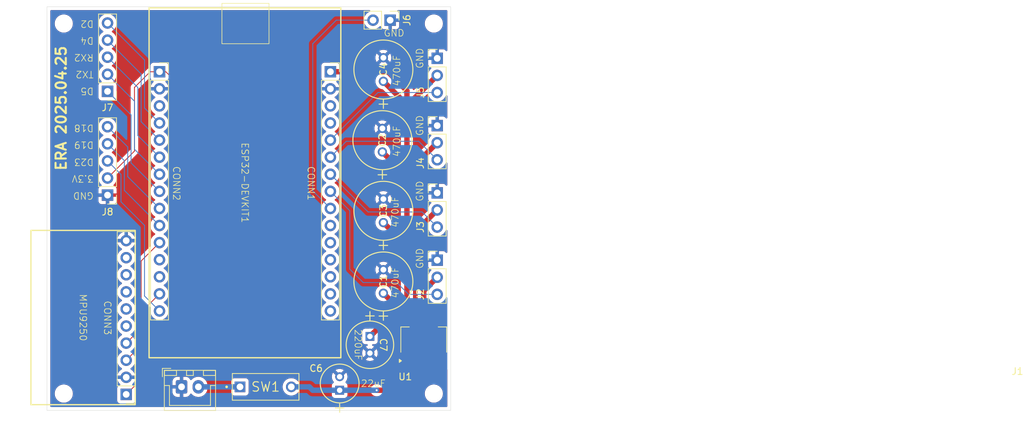
<source format=kicad_pcb>
(kicad_pcb (version 20241229) (generator "pcbnew") (generator_version "9.0")
  (layers (0 "F.Cu" signal) (2 "B.Cu" signal) (13 "F.Paste" user) (15 "B.Paste" user) (5 "F.SilkS" user "F.Silkscreen") (7 "B.SilkS" user "B.Silkscreen") (1 "F.Mask" user) (3 "B.Mask" user) (25 "Edge.Cuts" user))
  (net 0 "")
  (net 1 "/GND")
  (net 2 "Net-(ESP32-DEVKIT1-D21)")
  (net 3 "Net-(ESP32-DEVKIT1-D14)")
  (net 4 "Net-(ESP32-DEVKIT1-RX2)")
  (net 6 "Net-(ESP32-DEVKIT1-D27)")
  (net 7 "Net-(ESP32-DEVKIT1-TX2)")
  (net 8 "Net-(ESP32-DEVKIT1-D2)")
  (net 9 "Net-(ESP32-DEVKIT1-D33)")
  (net 13 "Net-(ESP32-DEVKIT1-D18)")
  (net 14 "Net-(ESP32-DEVKIT1-D23)")
  (net 18 "Net-(ESP32-DEVKIT1-D26)")
  (net 21 "Net-(ESP32-DEVKIT1-D4)")
  (net 22 "Net-(ESP32-DEVKIT1-D25)")
  (net 23 "Net-(ESP32-DEVKIT1-D5)")
  (net 25 "Net-(ESP32-DEVKIT1-D22)")
  (net 27 "Net-(ESP32-DEVKIT1-D19)")
  (net 33 "/+5V")
  (net 34 "/+9V")
  (net 35 "/+3.3V")
  (footprint "ERA:CAP_YX_8X11P5_RUB" (layer "F.Cu") (at 238 87.58325 90)
    (property "Reference" "C3" (at 1.75 0 90) (layer "F.SilkS"))
    (property "Value" "470uF")
    (fp_line (start -3.3935 -0.635) (end -3.3935 0.635) (stroke (width 0.1524)) (layer "F.SilkS"))
    (fp_line (start -4.0285 0) (end -2.7585 0) (stroke (width 0.1524)) (layer "F.SilkS"))
    (fp_circle (center 1.75 0) (end 6.1315 0) (stroke (width 0.1524)) (fill no) (layer "F.SilkS"))
    (pad "1" thru_hole circle (at 0 0 90) (size 1.3716 1.3716) (drill 0.8636) (layers "*.Cu" "*.Mask") (net 33 "/+5V"))
    (pad "2" thru_hole circle (at 3.500001 0 90) (size 1.3716 1.3716) (drill 0.8636) (layers "*.Cu" "*.Mask") (net 1 "/GND"))
  )
  (footprint "Connector_PinHeader_2.54mm:PinHeader_1x05_P2.54mm_Vertical" (layer "F.Cu") (at 197 68.08 180)
    (property "Reference" "J7" (at 0 -2.42 0) (layer "F.SilkS"))
    (property "Value" "Conn_01x05_Socket" (hide yes))
    (fp_line (start 1.33 1.27) (end 1.33 11.49) (stroke (width 0.12)) (layer "F.SilkS"))
    (fp_line (start -1.33 11.49) (end 1.33 11.49) (stroke (width 0.12)) (layer "F.SilkS"))
    (fp_line (start -1.33 1.27) (end 1.33 1.27) (stroke (width 0.12)) (layer "F.SilkS"))
    (fp_line (start -1.33 1.27) (end -1.33 11.49) (stroke (width 0.12)) (layer "F.SilkS"))
    (fp_line (start -1.33 0) (end -1.33 -1.33) (stroke (width 0.12)) (layer "F.SilkS"))
    (fp_line (start -1.33 -1.33) (end 0 -1.33) (stroke (width 0.12)) (layer "F.SilkS"))
    (pad "1" thru_hole rect (at 0 0 180) (size 1.7 1.7) (drill 1) (layers "*.Cu" "*.Mask") (net 23 "Net-(ESP32-DEVKIT1-D5)"))
    (pad "2" thru_hole oval (at 0 2.54 180) (size 1.7 1.7) (drill 1) (layers "*.Cu" "*.Mask") (net 7 "Net-(ESP32-DEVKIT1-TX2)"))
    (pad "3" thru_hole oval (at 0 5.08 180) (size 1.7 1.7) (drill 1) (layers "*.Cu" "*.Mask") (net 4 "Net-(ESP32-DEVKIT1-RX2)"))
    (pad "4" thru_hole oval (at 0 7.62 180) (size 1.7 1.7) (drill 1) (layers "*.Cu" "*.Mask") (net 21 "Net-(ESP32-DEVKIT1-D4)"))
    (pad "5" thru_hole oval (at 0 10.16 180) (size 1.7 1.7) (drill 1) (layers "*.Cu" "*.Mask") (net 8 "Net-(ESP32-DEVKIT1-D2)"))
  )
  (footprint "Connector_PinHeader_2.54mm:PinHeader_1x02_P2.54mm_Vertical" (layer "F.Cu") (at 239 57.5 -90)
    (property "Reference" "J6" (at 0 -2.5 90) (layer "F.SilkS"))
    (property "Value" "EDF")
    (fp_line (start -1.33 3.87) (end 1.33 3.87) (stroke (width 0.12)) (layer "F.SilkS"))
    (fp_line (start -1.33 1.27) (end -1.33 3.87) (stroke (width 0.12)) (layer "F.SilkS"))
    (fp_line (start -1.33 1.27) (end 1.33 1.27) (stroke (width 0.12)) (layer "F.SilkS"))
    (fp_line (start 1.33 1.27) (end 1.33 3.87) (stroke (width 0.12)) (layer "F.SilkS"))
    (fp_line (start -1.33 0) (end -1.33 -1.33) (stroke (width 0.12)) (layer "F.SilkS"))
    (fp_line (start -1.33 -1.33) (end 0 -1.33) (stroke (width 0.12)) (layer "F.SilkS"))
    (pad "1" thru_hole rect (at 0 0 270) (size 1.7 1.7) (drill 1) (layers "*.Cu" "*.Mask") (net 1 "/GND"))
    (pad "2" thru_hole oval (at 0 2.54 270) (size 1.7 1.7) (drill 1) (layers "*.Cu" "*.Mask") (net 9 "Net-(ESP32-DEVKIT1-D33)"))
  )
  (footprint "Connector_PinHeader_2.54mm:PinHeader_1x03_P2.54mm_Vertical" (layer "F.Cu") (at 246 83.17)
    (property "Reference" "J3" (at -2.5 5.08 90) (layer "F.SilkS"))
    (property "Value" "servo3" (hide yes))
    (fp_line (start -1.33 -1.33) (end 0 -1.33) (stroke (width 0.12)) (layer "F.SilkS"))
    (fp_line (start -1.33 0) (end -1.33 -1.33) (stroke (width 0.12)) (layer "F.SilkS"))
    (fp_line (start -1.33 1.27) (end -1.33 6.41) (stroke (width 0.12)) (layer "F.SilkS"))
    (fp_line (start -1.33 1.27) (end 1.33 1.27) (stroke (width 0.12)) (layer "F.SilkS"))
    (fp_line (start -1.33 6.41) (end 1.33 6.41) (stroke (width 0.12)) (layer "F.SilkS"))
    (fp_line (start 1.33 1.27) (end 1.33 6.41) (stroke (width 0.12)) (layer "F.SilkS"))
    (pad "1" thru_hole rect (at 0 0) (size 1.7 1.7) (drill 1) (layers "*.Cu" "*.Mask") (net 1 "/GND"))
    (pad "2" thru_hole oval (at 0 2.54) (size 1.7 1.7) (drill 1) (layers "*.Cu" "*.Mask") (net 33 "/+5V"))
    (pad "3" thru_hole oval (at 0 5.08) (size 1.7 1.7) (drill 1) (layers "*.Cu" "*.Mask") (net 18 "Net-(ESP32-DEVKIT1-D26)"))
  )
  (footprint "ERA:CAP_YX_8X11P5_RUB" (layer "F.Cu") (at 238 66.58325 90)
    (property "Reference" "C4" (at 1.75 0 90) (layer "F.SilkS"))
    (property "Value" "470uF")
    (fp_line (start -3.3935 -0.635) (end -3.3935 0.635) (stroke (width 0.1524)) (layer "F.SilkS"))
    (fp_line (start -4.0285 0) (end -2.7585 0) (stroke (width 0.1524)) (layer "F.SilkS"))
    (fp_circle (center 1.75 0) (end 6.1315 0) (stroke (width 0.1524)) (fill no) (layer "F.SilkS"))
    (pad "1" thru_hole circle (at 0 0 90) (size 1.3716 1.3716) (drill 0.8636) (layers "*.Cu" "*.Mask") (net 33 "/+5V"))
    (pad "2" thru_hole circle (at 3.500001 0 90) (size 1.3716 1.3716) (drill 0.8636) (layers "*.Cu" "*.Mask") (net 1 "/GND"))
  )
  (footprint "Connector_PinHeader_2.54mm:PinHeader_1x03_P2.54mm_Vertical" (layer "F.Cu") (at 246 63.17)
    (property "Reference" "J5" (at -2.5 5.08 90) (layer "F.SilkS"))
    (property "Value" "servo1" (hide yes))
    (fp_line (start -1.33 -1.33) (end 0 -1.33) (stroke (width 0.12)) (layer "F.SilkS"))
    (fp_line (start -1.33 0) (end -1.33 -1.33) (stroke (width 0.12)) (layer "F.SilkS"))
    (fp_line (start -1.33 1.27) (end -1.33 6.41) (stroke (width 0.12)) (layer "F.SilkS"))
    (fp_line (start -1.33 1.27) (end 1.33 1.27) (stroke (width 0.12)) (layer "F.SilkS"))
    (fp_line (start -1.33 6.41) (end 1.33 6.41) (stroke (width 0.12)) (layer "F.SilkS"))
    (fp_line (start 1.33 1.27) (end 1.33 6.41) (stroke (width 0.12)) (layer "F.SilkS"))
    (pad "1" thru_hole rect (at 0 0) (size 1.7 1.7) (drill 1) (layers "*.Cu" "*.Mask") (net 1 "/GND"))
    (pad "2" thru_hole oval (at 0 2.54) (size 1.7 1.7) (drill 1) (layers "*.Cu" "*.Mask") (net 33 "/+5V"))
    (pad "3" thru_hole oval (at 0 5.08) (size 1.7 1.7) (drill 1) (layers "*.Cu" "*.Mask") (net 3 "Net-(ESP32-DEVKIT1-D14)"))
  )
  (footprint "MountingHole:MountingHole_2.2mm_M2" (layer "F.Cu") (at 190.5 58)
    (property "Reference" "REF**" (hide yes))
    (property "Value" "MountingHole_2.2mm_M2")
    (pad "" np_thru_hole circle (at 0 0) (size 2.2 2.2) (drill 2.2) (layers "*.Cu" "*.Mask"))
  )
  (footprint "MountingHole:MountingHole_2.2mm_M2" (layer "F.Cu") (at 190.5 113)
    (property "Reference" "REF**" (hide yes))
    (property "Value" "MountingHole_2.2mm_M2")
    (pad "" np_thru_hole circle (at 0 0) (size 2.2 2.2) (drill 2.2) (layers "*.Cu" "*.Mask"))
  )
  (footprint "Connector_PinHeader_2.54mm:PinHeader_1x05_P2.54mm_Vertical" (layer "F.Cu") (at 197 83.5 180)
    (property "Reference" "J8" (at 0 -2.5 0) (layer "F.SilkS"))
    (property "Value" "Conn_01x05_Socket" (hide yes))
    (fp_line (start 1.33 1.27) (end 1.33 11.49) (stroke (width 0.12)) (layer "F.SilkS"))
    (fp_line (start -1.33 11.49) (end 1.33 11.49) (stroke (width 0.12)) (layer "F.SilkS"))
    (fp_line (start -1.33 1.27) (end 1.33 1.27) (stroke (width 0.12)) (layer "F.SilkS"))
    (fp_line (start -1.33 1.27) (end -1.33 11.49) (stroke (width 0.12)) (layer "F.SilkS"))
    (fp_line (start -1.33 0) (end -1.33 -1.33) (stroke (width 0.12)) (layer "F.SilkS"))
    (fp_line (start -1.33 -1.33) (end 0 -1.33) (stroke (width 0.12)) (layer "F.SilkS"))
    (pad "1" thru_hole rect (at 0 0 180) (size 1.7 1.7) (drill 1) (layers "*.Cu" "*.Mask") (net 1 "/GND"))
    (pad "2" thru_hole oval (at 0 2.54 180) (size 1.7 1.7) (drill 1) (layers "*.Cu" "*.Mask") (net 35 "/+3.3V"))
    (pad "3" thru_hole oval (at 0 5.08 180) (size 1.7 1.7) (drill 1) (layers "*.Cu" "*.Mask") (net 14 "Net-(ESP32-DEVKIT1-D23)"))
    (pad "4" thru_hole oval (at 0 7.62 180) (size 1.7 1.7) (drill 1) (layers "*.Cu" "*.Mask") (net 27 "Net-(ESP32-DEVKIT1-D19)"))
    (pad "5" thru_hole oval (at 0 10.16 180) (size 1.7 1.7) (drill 1) (layers "*.Cu" "*.Mask") (net 13 "Net-(ESP32-DEVKIT1-D18)"))
  )
  (footprint "Package_TO_SOT_SMD:SOT-223-3_TabPin2" (layer "F.Cu") (at 244 105 90)
    (property "Reference" "U1" (at -5.5 -2.75 0) (layer "F.SilkS"))
    (property "Value" "AMS1117-5.0" (hide yes))
    (fp_line (start 1.91 -3.41) (end 1.91 -2.15) (stroke (width 0.12)) (layer "F.SilkS"))
    (fp_line (start -1.85 -3.41) (end 1.91 -3.41) (stroke (width 0.12)) (layer "F.SilkS"))
    (fp_line (start 1.91 3.41) (end 1.91 2.15) (stroke (width 0.12)) (layer "F.SilkS"))
    (fp_line (start -1.85 3.41) (end 1.91 3.41) (stroke (width 0.12)) (layer "F.SilkS"))
    (fp_poly (pts (xy -3.13 -3.31) (xy -3.37 -3.64) (xy -2.89 -3.64) (xy -3.13 -3.31)) (stroke (width 0.12)) (fill yes) (layer "F.SilkS"))
    (pad "1" smd roundrect (at -3.15 -2.3 90) (size 2 1.5) (layers "F.Cu" "F.Mask" "F.Paste") (net 1 "/GND"))
    (pad "2" smd roundrect (at -3.15 0 90) (size 2 1.5) (layers "F.Cu" "F.Mask" "F.Paste") (net 33 "/+5V"))
    (pad "2" smd roundrect (at 3.15 0 90) (size 2 3.8) (layers "F.Cu" "F.Mask" "F.Paste") (net 33 "/+5V"))
    (pad "3" smd roundrect (at -3.15 2.3 90) (size 2 1.5) (layers "F.Cu" "F.Mask" "F.Paste") (net 34 "/+9V"))
  )
  (footprint "ERA:CAP_YX_8X11P5_RUB" (layer "F.Cu") (at 238 98.08325 90)
    (property "Reference" "C1" (at 1.75 0 90) (layer "F.SilkS"))
    (property "Value" "470uF")
    (fp_line (start -3.3935 -0.635) (end -3.3935 0.635) (stroke (width 0.1524)) (layer "F.SilkS"))
    (fp_line (start -4.0285 0) (end -2.7585 0) (stroke (width 0.1524)) (layer "F.SilkS"))
    (fp_circle (center 1.75 0) (end 6.1315 0) (stroke (width 0.1524)) (fill no) (layer "F.SilkS"))
    (pad "1" thru_hole circle (at 0 0 90) (size 1.3716 1.3716) (drill 0.8636) (layers "*.Cu" "*.Mask") (net 33 "/+5V"))
    (pad "2" thru_hole circle (at 3.500001 0 90) (size 1.3716 1.3716) (drill 0.8636) (layers "*.Cu" "*.Mask") (net 1 "/GND"))
  )
  (footprint "ERA:CAP_PAN_5X11_PAN" (layer "F.Cu") (at 231.5 112.5 90)
    (property "Reference" "C6" (at 3.25 -3.5 0) (layer "F.SilkS"))
    (property "Value" "22uF")
    (fp_line (start -2.6416 -0.635) (end -2.6416 0.635) (stroke (width 0.1524)) (layer "F.SilkS"))
    (fp_line (start -3.2766 0) (end -2.0066 0) (stroke (width 0.1524)) (layer "F.SilkS"))
    (fp_circle (center 1.0033 0) (end 3.8862 0) (stroke (width 0.1524)) (fill no) (layer "F.SilkS"))
    (pad "1" thru_hole rect (at 0 0 90) (size 1.3208 1.3208) (drill 0.8128) (layers "*.Cu" "*.Mask") (net 34 "/+9V"))
    (pad "2" thru_hole circle (at 2.0066 0 90) (size 1.3208 1.3208) (drill 0.8128) (layers "*.Cu" "*.Mask") (net 1 "/GND"))
  )
  (footprint "MountingHole:MountingHole_2.2mm_M2" (layer "F.Cu") (at 245.5 113)
    (property "Reference" "REF**" (hide yes))
    (property "Value" "MountingHole_2.2mm_M2")
    (pad "" np_thru_hole circle (at 0 0) (size 2.2 2.2) (drill 2.2) (layers "*.Cu" "*.Mask"))
  )
  (footprint "MountingHole:MountingHole_2.2mm_M2" (layer "F.Cu") (at 245.5 58)
    (property "Reference" "REF**" (hide yes))
    (property "Value" "MountingHole_2.2mm_M2")
    (pad "" np_thru_hole circle (at 0 0) (size 2.2 2.2) (drill 2.2) (layers "*.Cu" "*.Mask"))
  )
  (footprint "Connector_PinHeader_2.54mm:PinHeader_1x03_P2.54mm_Vertical" (layer "F.Cu") (at 246 93.17)
    (property "Reference" "J2" (at -2.5 5.08 270) (layer "F.SilkS"))
    (property "Value" "servo4" (hide yes))
    (fp_line (start -1.33 -1.33) (end 0 -1.33) (stroke (width 0.12)) (layer "F.SilkS"))
    (fp_line (start -1.33 0) (end -1.33 -1.33) (stroke (width 0.12)) (layer "F.SilkS"))
    (fp_line (start -1.33 1.27) (end -1.33 6.41) (stroke (width 0.12)) (layer "F.SilkS"))
    (fp_line (start -1.33 1.27) (end 1.33 1.27) (stroke (width 0.12)) (layer "F.SilkS"))
    (fp_line (start -1.33 6.41) (end 1.33 6.41) (stroke (width 0.12)) (layer "F.SilkS"))
    (fp_line (start 1.33 1.27) (end 1.33 6.41) (stroke (width 0.12)) (layer "F.SilkS"))
    (pad "1" thru_hole rect (at 0 0) (size 1.7 1.7) (drill 1) (layers "*.Cu" "*.Mask") (net 1 "/GND"))
    (pad "2" thru_hole oval (at 0 2.54) (size 1.7 1.7) (drill 1) (layers "*.Cu" "*.Mask") (net 33 "/+5V"))
    (pad "3" thru_hole oval (at 0 5.08) (size 1.7 1.7) (drill 1) (layers "*.Cu" "*.Mask") (net 22 "Net-(ESP32-DEVKIT1-D25)"))
  )
  (footprint "ERA:SW_DS01-254-L-01BE" (layer "F.Cu") (at 220.5 112 -90)
    (property "Reference" "SW1" (at 0 0 0) (layer "F.SilkS") (effects (font (size 1.4 1.4))))
    (property "Value" "SW_SPST")
    (fp_line (start -1.98 4.95) (end -1.98 -4.95) (stroke (width 0.127)) (layer "F.SilkS"))
    (fp_line (start 1.98 4.95) (end -1.98 4.95) (stroke (width 0.127)) (layer "F.SilkS"))
    (fp_line (start -1.98 -4.95) (end 1.98 -4.95) (stroke (width 0.127)) (layer "F.SilkS"))
    (fp_line (start 1.98 -4.95) (end 1.98 4.95) (stroke (width 0.127)) (layer "F.SilkS"))
    (fp_circle (center 0 5.8) (end 0.1 5.8) (stroke (width 0.2)) (fill no) (layer "F.SilkS"))
    (pad "1A" thru_hole rect (at 0 3.81 270) (size 1.58 1.58) (drill 1) (layers "*.Cu" "*.Mask") (net 34 "/+9V"))
    (pad "1B" thru_hole circle (at 0 -3.81 270) (size 1.58 1.58) (drill 1) (layers "*.Cu" "*.Mask") (net 34 "/+9V"))
  )
  (footprint "ERA:ESP32 DEVKIT V1" (layer "F.Cu") (at 217.425 81.67)
    (property "Reference" "ESP32-DEVKIT1" (at 0 0 270) (layer "F.SilkS") (effects (font (thickness 0.1))))
    (property "Value" "~" (hide yes))
    (fp_line (start -14.03 -15.24) (end -14.03 20.38) (stroke (width 0.12)) (layer "F.SilkS"))
    (fp_line (start -14.03 -15.24) (end -11.37 -15.24) (stroke (width 0.12)) (layer "F.SilkS"))
    (fp_line (start -14.03 20.38) (end -11.37 20.38) (stroke (width 0.12)) (layer "F.SilkS"))
    (fp_line (start -12.7 -17.84) (end -11.37 -17.84) (stroke (width 0.12)) (layer "F.SilkS"))
    (fp_line (start -11.37 -17.84) (end -11.37 -16.51) (stroke (width 0.12)) (layer "F.SilkS"))
    (fp_line (start -11.37 -15.24) (end -11.37 20.38) (stroke (width 0.12)) (layer "F.SilkS"))
    (fp_line (start 11.37 -15.24) (end 11.37 20.38) (stroke (width 0.12)) (layer "F.SilkS"))
    (fp_line (start 11.37 -15.24) (end 14.03 -15.24) (stroke (width 0.12)) (layer "F.SilkS"))
    (fp_line (start 11.37 20.38) (end 14.03 20.38) (stroke (width 0.12)) (layer "F.SilkS"))
    (fp_line (start 12.7 -17.84) (end 14.03 -17.84) (stroke (width 0.12)) (layer "F.SilkS"))
    (fp_line (start 14.03 -17.84) (end 14.03 -16.51) (stroke (width 0.12)) (layer "F.SilkS"))
    (fp_line (start 14.03 -15.24) (end 14.03 20.38) (stroke (width 0.12)) (layer "F.SilkS"))
    (fp_rect (start -14.25 -26) (end 14.25 26) (stroke (width 0.2)) (fill no) (layer "F.SilkS"))
    (pad "1" thru_hole rect (at -12.7 -16.51) (size 1.7 1.7) (drill 1) (layers "*.Cu" "*.Mask") (net 35 "/+3.3V"))
    (pad "2" thru_hole oval (at -12.7 -13.97) (size 1.7 1.7) (drill 1) (layers "*.Cu" "*.Mask") (net 1 "/GND"))
    (pad "3" thru_hole oval (at -12.7 -11.43) (size 1.7 1.7) (drill 1) (layers "*.Cu" "*.Mask"))
    (pad "4" thru_hole oval (at -12.7 -8.89) (size 1.7 1.7) (drill 1) (layers "*.Cu" "*.Mask") (net 8 "Net-(ESP32-DEVKIT1-D2)"))
    (pad "5" thru_hole oval (at -12.7 -6.35) (size 1.7 1.7) (drill 1) (layers "*.Cu" "*.Mask") (net 21 "Net-(ESP32-DEVKIT1-D4)"))
    (pad "6" thru_hole oval (at -12.7 -3.81) (size 1.7 1.7) (drill 1) (layers "*.Cu" "*.Mask") (net 4 "Net-(ESP32-DEVKIT1-RX2)"))
    (pad "7" thru_hole oval (at -12.7 -1.27) (size 1.7 1.7) (drill 1) (layers "*.Cu" "*.Mask") (net 7 "Net-(ESP32-DEVKIT1-TX2)"))
    (pad "8" thru_hole oval (at -12.7 1.27) (size 1.7 1.7) (drill 1) (layers "*.Cu" "*.Mask") (net 23 "Net-(ESP32-DEVKIT1-D5)"))
    (pad "9" thru_hole oval (at -12.7 3.81) (size 1.7 1.7) (drill 1) (layers "*.Cu" "*.Mask") (net 13 "Net-(ESP32-DEVKIT1-D18)"))
    (pad "10" thru_hole oval (at -12.7 6.35) (size 1.7 1.7) (drill 1) (layers "*.Cu" "*.Mask") (net 27 "Net-(ESP32-DEVKIT1-D19)"))
    (pad "11" thru_hole oval (at -12.7 8.89) (size 1.7 1.7) (drill 1) (layers "*.Cu" "*.Mask") (net 2 "Net-(ESP32-DEVKIT1-D21)"))
    (pad "12" thru_hole oval (at -12.7 11.43) (size 1.7 1.7) (drill 1) (layers "*.Cu" "*.Mask"))
    (pad "13" thru_hole oval (at -12.7 13.97) (size 1.7 1.7) (drill 1) (layers "*.Cu" "*.Mask"))
    (pad "14" thru_hole oval (at -12.7 16.51) (size 1.7 1.7) (drill 1) (layers "*.Cu" "*.Mask") (net 25 "Net-(ESP32-DEVKIT1-D22)"))
    (pad "15" thru_hole oval (at -12.7 19.05) (size 1.7 1.7) (drill 1) (layers "*.Cu" "*.Mask") (net 14 "Net-(ESP32-DEVKIT1-D23)"))
    (pad "16" thru_hole rect (at 12.7 -16.51) (size 1.7 1.7) (drill 1) (layers "*.Cu" "*.Mask") (net 33 "/+5V"))
    (pad "17" thru_hole oval (at 12.7 -13.97) (size 1.7 1.7) (drill 1) (layers "*.Cu" "*.Mask") (net 1 "/GND"))
    (pad "18" thru_hole oval (at 12.7 -11.43) (size 1.7 1.7) (drill 1) (layers "*.Cu" "*.Mask"))
    (pad "19" thru_hole oval (at 12.7 -8.89) (size 1.7 1.7) (drill 1) (layers "*.Cu" "*.Mask"))
    (pad "20" thru_hole oval (at 12.7 -6.35) (size 1.7 1.7) (drill 1) (layers "*.Cu" "*.Mask") (net 3 "Net-(ESP32-DEVKIT1-D14)"))
    (pad "21" thru_hole oval (at 12.7 -3.81) (size 1.7 1.7) (drill 1) (layers "*.Cu" "*.Mask") (net 6 "Net-(ESP32-DEVKIT1-D27)"))
    (pad "22" thru_hole oval (at 12.7 -1.27) (size 1.7 1.7) (drill 1) (layers "*.Cu" "*.Mask") (net 18 "Net-(ESP32-DEVKIT1-D26)"))
    (pad "23" thru_hole oval (at 12.7 1.27) (size 1.7 1.7) (drill 1) (layers "*.Cu" "*.Mask") (net 22 "Net-(ESP32-DEVKIT1-D25)"))
    (pad "24" thru_hole oval (at 12.7 3.81) (size 1.7 1.7) (drill 1) (layers "*.Cu" "*.Mask") (net 9 "Net-(ESP32-DEVKIT1-D33)"))
    (pad "25" thru_hole oval (at 12.7 6.35) (size 1.7 1.7) (drill 1) (layers "*.Cu" "*.Mask"))
    (pad "26" thru_hole oval (at 12.7 8.89) (size 1.7 1.7) (drill 1) (layers "*.Cu" "*.Mask"))
    (pad "27" thru_hole oval (at 12.7 11.43) (size 1.7 1.7) (drill 1) (layers "*.Cu" "*.Mask"))
    (pad "28" thru_hole oval (at 12.7 13.97) (size 1.7 1.7) (drill 1) (layers "*.Cu" "*.Mask"))
    (pad "29" thru_hole oval (at 12.7 16.51) (size 1.7 1.7) (drill 1) (layers "*.Cu" "*.Mask"))
    (pad "30" thru_hole oval (at 12.7 19.05) (size 1.7 1.7) (drill 1) (layers "*.Cu" "*.Mask"))
  )
  (footprint "ERA:CAP_YX_8X11P5_RUB" (layer "F.Cu") (at 237.85 77.08325 90)
    (property "Reference" "C2" (at 1.75 0 90) (layer "F.SilkS"))
    (property "Value" "470uF")
    (fp_line (start -3.3935 -0.635) (end -3.3935 0.635) (stroke (width 0.1524)) (layer "F.SilkS"))
    (fp_line (start -4.0285 0) (end -2.7585 0) (stroke (width 0.1524)) (layer "F.SilkS"))
    (fp_circle (center 1.75 0) (end 6.1315 0) (stroke (width 0.1524)) (fill no) (layer "F.SilkS"))
    (pad "1" thru_hole circle (at 0 0 90) (size 1.3716 1.3716) (drill 0.8636) (layers "*.Cu" "*.Mask") (net 33 "/+5V"))
    (pad "2" thru_hole circle (at 3.500001 0 90) (size 1.3716 1.3716) (drill 0.8636) (layers "*.Cu" "*.Mask") (net 1 "/GND"))
  )
  (footprint "Connector_PinHeader_2.54mm:PinHeader_1x03_P2.54mm_Vertical" (layer "F.Cu") (at 246 73.17)
    (property "Reference" "J4" (at -2.5 5.58 90) (layer "F.SilkS"))
    (property "Value" "servo2" (hide yes))
    (fp_line (start -1.33 -1.33) (end 0 -1.33) (stroke (width 0.12)) (layer "F.SilkS"))
    (fp_line (start -1.33 0) (end -1.33 -1.33) (stroke (width 0.12)) (layer "F.SilkS"))
    (fp_line (start -1.33 1.27) (end -1.33 6.41) (stroke (width 0.12)) (layer "F.SilkS"))
    (fp_line (start -1.33 1.27) (end 1.33 1.27) (stroke (width 0.12)) (layer "F.SilkS"))
    (fp_line (start -1.33 6.41) (end 1.33 6.41) (stroke (width 0.12)) (layer "F.SilkS"))
    (fp_line (start 1.33 1.27) (end 1.33 6.41) (stroke (width 0.12)) (layer "F.SilkS"))
    (pad "1" thru_hole rect (at 0 0) (size 1.7 1.7) (drill 1) (layers "*.Cu" "*.Mask") (net 1 "/GND"))
    (pad "2" thru_hole oval (at 0 2.54) (size 1.7 1.7) (drill 1) (layers "*.Cu" "*.Mask") (net 33 "/+5V"))
    (pad "3" thru_hole oval (at 0 5.08) (size 1.7 1.7) (drill 1) (layers "*.Cu" "*.Mask") (net 6 "Net-(ESP32-DEVKIT1-D27)"))
  )
  (footprint "ERA:CAP_PAN_6.3X11.2_PAN" (layer "F.Cu") (at 236 104.5 -90)
    (property "Reference" "C7" (at 1.2446 -2 270) (layer "F.SilkS"))
    (property "Value" "220uF")
    (fp_line (start -3.683 0) (end -2.413 0) (stroke (width 0.1524)) (layer "F.SilkS"))
    (fp_line (start -3.048 -0.635) (end -3.048 0.635) (stroke (width 0.1524)) (layer "F.SilkS"))
    (fp_circle (center 1.2446 0) (end 4.7752 0) (stroke (width 0.1524)) (fill no) (layer "F.SilkS"))
    (pad "1" thru_hole rect (at 0 0 270) (size 1.3208 1.3208) (drill 0.8128) (layers "*.Cu" "*.Mask") (net 33 "/+5V"))
    (pad "2" thru_hole circle (at 2.4892 0 270) (size 1.3208 1.3208) (drill 0.8128) (layers "*.Cu" "*.Mask") (net 1 "/GND"))
  )
  (footprint "ERA:MPU9250" (layer "F.Cu") (at 194 101.695 90)
    (property "Reference" "MPU9250" (at 0 -0.635 270) (layer "F.SilkS") (effects (font (thickness 0.1))))
    (property "Value" "~")
    (fp_line (start -10.155 4.445) (end 12.765 4.445) (stroke (width 0.12)) (layer "F.SilkS"))
    (fp_line (start 12.765 7.105) (end 12.765 4.445) (stroke (width 0.12)) (layer "F.SilkS"))
    (fp_line (start -10.155 7.105) (end -10.155 4.445) (stroke (width 0.12)) (layer "F.SilkS"))
    (fp_line (start -10.155 7.105) (end 12.765 7.105) (stroke (width 0.12)) (layer "F.SilkS"))
    (fp_line (start -11.425 7.105) (end -12.755 7.105) (stroke (width 0.12)) (layer "F.SilkS"))
    (fp_line (start -12.755 7.105) (end -12.755 5.775) (stroke (width 0.12)) (layer "F.SilkS"))
    (fp_rect (start -12.95 -8.385) (end 12.95 7.115) (stroke (width 0.2)) (fill no) (layer "F.SilkS"))
    (pad "1" thru_hole rect (at -11.425 5.775 180) (size 1.7 1.7) (drill 1) (layers "*.Cu" "*.Mask") (net 35 "/+3.3V"))
    (pad "2" thru_hole oval (at -8.885 5.775 180) (size 1.7 1.7) (drill 1) (layers "*.Cu" "*.Mask") (net 1 "/GND"))
    (pad "3" thru_hole oval (at -6.345 5.775 180) (size 1.7 1.7) (drill 1) (layers "*.Cu" "*.Mask") (net 25 "Net-(ESP32-DEVKIT1-D22)"))
    (pad "4" thru_hole oval (at -3.805 5.775 180) (size 1.7 1.7) (drill 1) (layers "*.Cu" "*.Mask") (net 2 "Net-(ESP32-DEVKIT1-D21)"))
    (pad "5" thru_hole oval (at -1.265 5.775 180) (size 1.7 1.7) (drill 1) (layers "*.Cu" "*.Mask"))
    (pad "6" thru_hole oval (at 1.275 5.775 180) (size 1.7 1.7) (drill 1) (layers "*.Cu" "*.Mask"))
    (pad "7" thru_hole oval (at 3.815 5.775 180) (size 1.7 1.7) (drill 1) (layers "*.Cu" "*.Mask"))
    (pad "8" thru_hole oval (at 6.355 5.775 180) (size 1.7 1.7) (drill 1) (layers "*.Cu" "*.Mask"))
    (pad "9" thru_hole oval (at 8.895 5.775 180) (size 1.7 1.7) (drill 1) (layers "*.Cu" "*.Mask"))
    (pad "10" thru_hole oval (at 11.435 5.775 180) (size 1.7 1.7) (drill 1) (layers "*.Cu" "*.Mask") (net 1 "/GND"))
  )
  (footprint "Connector_JST:JST_XH_B2B-XH-A_1x02_P2.50mm_Vertical" (layer "F.Cu") (at 208 112)
    (property "Reference" "J1" (at 124.25 -2.3 0) (layer "F.SilkS"))
    (property "Value" "B2B-XH-A")
    (fp_line (start -2.85 -2.75) (end -2.85 -1.5) (stroke (width 0.12)) (layer "F.SilkS"))
    (fp_line (start -2.56 -2.46) (end -2.56 3.51) (stroke (width 0.12)) (layer "F.SilkS"))
    (fp_line (start -2.56 3.51) (end 5.06 3.51) (stroke (width 0.12)) (layer "F.SilkS"))
    (fp_line (start -2.55 -2.45) (end -2.55 -1.7) (stroke (width 0.12)) (layer "F.SilkS"))
    (fp_line (start -2.55 -1.7) (end -0.75 -1.7) (stroke (width 0.12)) (layer "F.SilkS"))
    (fp_line (start -2.55 -0.2) (end -1.8 -0.2) (stroke (width 0.12)) (layer "F.SilkS"))
    (fp_line (start -1.8 -0.2) (end -1.8 2.75) (stroke (width 0.12)) (layer "F.SilkS"))
    (fp_line (start -1.8 2.75) (end 1.25 2.75) (stroke (width 0.12)) (layer "F.SilkS"))
    (fp_line (start -1.6 -2.75) (end -2.85 -2.75) (stroke (width 0.12)) (layer "F.SilkS"))
    (fp_line (start -0.75 -2.45) (end -2.55 -2.45) (stroke (width 0.12)) (layer "F.SilkS"))
    (fp_line (start -0.75 -1.7) (end -0.75 -2.45) (stroke (width 0.12)) (layer "F.SilkS"))
    (fp_line (start 0.75 -2.45) (end 0.75 -1.7) (stroke (width 0.12)) (layer "F.SilkS"))
    (fp_line (start 0.75 -1.7) (end 1.75 -1.7) (stroke (width 0.12)) (layer "F.SilkS"))
    (fp_line (start 1.75 -2.45) (end 0.75 -2.45) (stroke (width 0.12)) (layer "F.SilkS"))
    (fp_line (start 1.75 -1.7) (end 1.75 -2.45) (stroke (width 0.12)) (layer "F.SilkS"))
    (fp_line (start 3.25 -2.45) (end 3.25 -1.7) (stroke (width 0.12)) (layer "F.SilkS"))
    (fp_line (start 3.25 -1.7) (end 5.05 -1.7) (stroke (width 0.12)) (layer "F.SilkS"))
    (fp_line (start 4.3 -0.2) (end 4.3 2.75) (stroke (width 0.12)) (layer "F.SilkS"))
    (fp_line (start 4.3 2.75) (end 1.25 2.75) (stroke (width 0.12)) (layer "F.SilkS"))
    (fp_line (start 5.05 -2.45) (end 3.25 -2.45) (stroke (width 0.12)) (layer "F.SilkS"))
    (fp_line (start 5.05 -1.7) (end 5.05 -2.45) (stroke (width 0.12)) (layer "F.SilkS"))
    (fp_line (start 5.05 -0.2) (end 4.3 -0.2) (stroke (width 0.12)) (layer "F.SilkS"))
    (fp_line (start 5.06 -2.46) (end -2.56 -2.46) (stroke (width 0.12)) (layer "F.SilkS"))
    (fp_line (start 5.06 3.51) (end 5.06 -2.46) (stroke (width 0.12)) (layer "F.SilkS"))
    (pad "1" thru_hole roundrect (at 0 0) (size 1.7 2) (drill 1) (layers "*.Cu" "*.Mask") (roundrect_rratio 0.147059) (net 1 "/GND"))
    (pad "2" thru_hole oval (at 2.5 0) (size 1.7 2) (drill 1) (layers "*.Cu" "*.Mask") (net 34 "/+9V"))
  )
  (gr_rect (start 214 55) (end 221 61) (stroke (width 0.1)) (fill no) (layer "F.SilkS"))
  (gr_rect (start 188 55.5) (end 248 115.5) (stroke (width 0.05)) (fill no) (layer "Edge.Cuts"))
  (gr_text "GND" (at 195 83 180) (layer "F.SilkS") (effects (font (size 1 1) (thickness 0.1)) (justify left bottom)))
  (gr_text "GND" (at 244 64.75 90) (layer "F.SilkS") (effects (font (size 1 1) (thickness 0.1)) (justify left bottom)))
  (gr_text "470uF" (at 239.75 96.5 90) (layer "F.SilkS") (effects (font (size 1 1) (thickness 0.1))))
  (gr_text "CONN2\n" (at 207.25 81.75 270) (layer "F.SilkS") (effects (font (size 1 1) (thickness 0.1))))
  (gr_text "ERA 2025.04.25" (at 191 80 90) (layer "F.SilkS") (effects (font (size 1.524 1.524) (thickness 0.3048) (bold yes)) (justify left bottom)))
  (gr_text "CONN1" (at 227.25 81.75 270) (layer "F.SilkS") (effects (font (size 1 1) (thickness 0.1))))
  (gr_text "D4" (at 195 59.96 180) (layer "F.SilkS") (effects (font (size 1 1) (thickness 0.1)) (justify left bottom)))
  (gr_text "GND" (at 244 74.75 90) (layer "F.SilkS") (effects (font (size 1 1) (thickness 0.1)) (justify left bottom)))
  (gr_text "D2" (at 195 57.46 180) (layer "F.SilkS") (effects (font (size 1 1) (thickness 0.1)) (justify left bottom)))
  (gr_text "GND" (at 238 60 0) (layer "F.SilkS") (effects (font (size 1 1) (thickness 0.1)) (justify left bottom)))
  (gr_text "220uF" (at 234.25 105.75 270) (layer "F.SilkS") (effects (font (size 1 1) (thickness 0.1))))
  (gr_text "GND" (at 244 84.5 90) (layer "F.SilkS") (effects (font (size 1 1) (thickness 0.1)) (justify left bottom)))
  (gr_text "D19" (at 195 75.46 180) (layer "F.SilkS") (effects (font (size 1 1) (thickness 0.1)) (justify left bottom)))
  (gr_text "CONN3\n" (at 197 101.75 270) (layer "F.SilkS") (effects (font (size 1 1) (thickness 0.1))))
  (gr_text "RX2\n" (at 195 62.46 180) (layer "F.SilkS") (effects (font (size 1 1) (thickness 0.1)) (justify left bottom)))
  (gr_text "GND" (at 244 94.5 90) (layer "F.SilkS") (effects (font (size 1 1) (thickness 0.1)) (justify left bottom)))
  (gr_text "D5" (at 195 67.46 180) (layer "F.SilkS") (effects (font (size 1 1) (thickness 0.1)) (justify left bottom)))
  (gr_text "22uF" (at 236.5 111.5 0) (layer "F.SilkS") (effects (font (size 1 1) (thickness 0.1))))
  (gr_text "3.3V\n" (at 195 80.46 180) (layer "F.SilkS") (effects (font (size 1 1) (thickness 0.1)) (justify left bottom)))
  (gr_text "470uF" (at 239.75 86 90) (layer "F.SilkS") (effects (font (size 1 1) (thickness 0.1))))
  (gr_text "D23" (at 195 78 180) (layer "F.SilkS") (effects (font (size 1 1) (thickness 0.1)) (justify left bottom)))
  (gr_text "D18" (at 195 72.96 180) (layer "F.SilkS") (effects (font (size 1 1) (thickness 0.1)) (justify left bottom)))
  (gr_text "470uF" (at 240 65 90) (layer "F.SilkS") (effects (font (size 1 1) (thickness 0.1))))
  (gr_text "470uF" (at 240 75.5 90) (layer "F.SilkS") (effects (font (size 1 1) (thickness 0.1))))
  (gr_text "TX2" (at 195 64.96 180) (layer "F.SilkS") (effects (font (size 1 1) (thickness 0.1)) (justify left bottom)))
  (segment (start 199.775 111.225) (end 200 111) (width 0.127) (layer "F.Cu") (net 1))
  (segment (start 199.775 111.385) (end 199.775 111.225) (width 0.127) (layer "F.Cu") (net 1))
  (segment (start 202 103.275) (end 202 93.285) (width 0.127) (layer "F.Cu") (net 2))
  (segment (start 199.775 105.5) (end 202 103.275) (width 0.127) (layer "F.Cu") (net 2))
  (segment (start 202 93.285) (end 204.725 90.56) (width 0.127) (layer "F.Cu") (net 2))
  (segment (start 237.195 68.25) (end 246 68.25) (width 0.127) (layer "B.Cu") (net 3))
  (segment (start 230.125 75.32) (end 237.195 68.25) (width 0.127) (layer "B.Cu") (net 3))
  (segment (start 201.5 74.635) (end 204.725 77.86) (width 0.127) (layer "B.Cu") (net 4))
  (segment (start 201.5 67.5) (end 201.5 74.635) (width 0.127) (layer "B.Cu") (net 4))
  (segment (start 197 63) (end 201.5 67.5) (width 0.127) (layer "B.Cu") (net 4))
  (segment (start 230.125 77.86) (end 232.485 75.5) (width 0.127) (layer "B.Cu") (net 6))
  (segment (start 230.125 77.86) (end 230.39 77.86) (width 0.127) (layer "B.Cu") (net 6))
  (segment (start 232.485 75.5) (end 243.25 75.5) (width 0.127) (layer "B.Cu") (net 6))
  (segment (start 243.25 75.5) (end 246 78.25) (width 0.127) (layer "B.Cu") (net 6))
  (segment (start 197 65.54) (end 201 69.54) (width 0.127) (layer "B.Cu") (net 7))
  (segment (start 201 76.675) (end 204.725 80.4) (width 0.127) (layer "B.Cu") (net 7))
  (segment (start 201 69.54) (end 201 76.675) (width 0.127) (layer "B.Cu") (net 7))
  (segment (start 197 57.92) (end 202.5 63.42) (width 0.127) (layer "B.Cu") (net 8))
  (segment (start 202.5 70.555) (end 204.725 72.78) (width 0.127) (layer "B.Cu") (net 8))
  (segment (start 202.5 63.42) (end 202.5 70.555) (width 0.127) (layer "B.Cu") (net 8))
  (segment (start 230.02 85.48) (end 230 85.5) (width 0.127) (layer "F.Cu") (net 9))
  (segment (start 230.125 85.48) (end 230.02 85.48) (width 0.127) (layer "F.Cu") (net 9))
  (segment (start 231 57.5) (end 236.46 57.5) (width 0.127) (layer "B.Cu") (net 9))
  (segment (start 227.5 82.855) (end 227.5 61) (width 0.127) (layer "B.Cu") (net 9))
  (segment (start 227.5 61) (end 231 57.5) (width 0.127) (layer "B.Cu") (net 9))
  (segment (start 230.125 85.48) (end 227.5 82.855) (width 0.127) (layer "B.Cu") (net 9))
  (segment (start 200 80.755) (end 204.725 85.48) (width 0.127) (layer "B.Cu") (net 13))
  (segment (start 200 76.34) (end 200 80.755) (width 0.127) (layer "B.Cu") (net 13))
  (segment (start 197 73.34) (end 200 76.34) (width 0.127) (layer "B.Cu") (net 13))
  (segment (start 202.5 98.495) (end 202.5 88) (width 0.127) (layer "B.Cu") (net 14))
  (segment (start 199 80.42) (end 197 78.42) (width 0.127) (layer "B.Cu") (net 14))
  (segment (start 199 84.5) (end 199 80.42) (width 0.127) (layer "B.Cu") (net 14))
  (segment (start 204.725 100.72) (end 202.5 98.495) (width 0.127) (layer "B.Cu") (net 14))
  (segment (start 202.5 88) (end 199 84.5) (width 0.127) (layer "B.Cu") (net 14))
  (segment (start 245.999999 88.249999) (end 246 88.249999) (width 0.127) (layer "B.Cu") (net 18))
  (segment (start 235.725 86) (end 243.75 86) (width 0.127) (layer "B.Cu") (net 18))
  (segment (start 230.125 80.4) (end 235.725 86) (width 0.127) (layer "B.Cu") (net 18))
  (segment (start 243.75 86) (end 245.999999 88.249999) (width 0.127) (layer "B.Cu") (net 18))
  (segment (start 197 60.46) (end 197 60.5) (width 0.127) (layer "B.Cu") (net 21))
  (segment (start 202 72.595) (end 204.725 75.32) (width 0.127) (layer "B.Cu") (net 21))
  (segment (start 202 65.5) (end 202 72.595) (width 0.127) (layer "B.Cu") (net 21))
  (segment (start 197 60.5) (end 202 65.5) (width 0.127) (layer "B.Cu") (net 21))
  (segment (start 240 96.5) (end 235 96.5) (width 0.127) (layer "B.Cu") (net 22))
  (segment (start 245.290001 98.25) (end 241.75 98.25) (width 0.127) (layer "B.Cu") (net 22))
  (segment (start 235 96.5) (end 233 94.5) (width 0.127) (layer "B.Cu") (net 22))
  (segment (start 233 94.5) (end 233 85.815) (width 0.127) (layer "B.Cu") (net 22))
  (segment (start 233 85.815) (end 230.125 82.94) (width 0.127) (layer "B.Cu") (net 22))
  (segment (start 246 97.540001) (end 245.290001 98.25) (width 0.127) (layer "B.Cu") (net 22))
  (segment (start 241.75 98.25) (end 240 96.5) (width 0.127) (layer "B.Cu") (net 22))
  (segment (start 200.5 71.58) (end 200.5 78.715) (width 0.127) (layer "B.Cu") (net 23))
  (segment (start 197 68.08) (end 200.5 71.58) (width 0.127) (layer "B.Cu") (net 23))
  (segment (start 200.5 78.715) (end 204.725 82.94) (width 0.127) (layer "B.Cu") (net 23))
  (segment (start 199.775 108.04) (end 202.5 105.315) (width 0.127) (layer "F.Cu") (net 25))
  (segment (start 202.5 105.315) (end 202.5 100.405) (width 0.127) (layer "F.Cu") (net 25))
  (segment (start 202.5 100.405) (end 204.725 98.18) (width 0.127) (layer "F.Cu") (net 25))
  (segment (start 197 75.88) (end 199.5 78.38) (width 0.127) (layer "B.Cu") (net 27))
  (segment (start 199.5 82.795) (end 204.725 88.02) (width 0.127) (layer "B.Cu") (net 27))
  (segment (start 199.5 78.38) (end 199.5 82.795) (width 0.127) (layer "B.Cu") (net 27))
  (segment (start 244 101.85) (end 243.5 101.85) (width 0.8) (layer "F.Cu") (net 33))
  (segment (start 241.5 90) (end 241.5 82) (width 0.8) (layer "F.Cu") (net 33))
  (segment (start 244 101.85) (end 238.65 101.85) (width 0.8) (layer "F.Cu") (net 33))
  (segment (start 237.85 77.08325) (end 241.5 80.73325) (width 0.8) (layer "F.Cu") (net 33))
  (segment (start 244 101.85) (end 241.76675 101.85) (width 0.8) (layer "F.Cu") (net 33))
  (segment (start 236.5 104.5) (end 238.65 102.35) (width 0.127) (layer "F.Cu") (net 33))
  (segment (start 244 101.85) (end 241.5 99.35) (width 0.8) (layer "F.Cu") (net 33))
  (segment (start 244 97.71) (end 244 101.85) (width 0.8) (layer "F.Cu") (net 33))
  (segment (start 241.5 99.35) (end 241.5 91.08325) (width 0.8) (layer "F.Cu") (net 33))
  (segment (start 241.5 80.21) (end 241.5 80.73325) (width 0.8) (layer "F.Cu") (net 33))
  (segment (start 241.5 80.73325) (end 241.5 82) (width 0.8) (layer "F.Cu") (net 33))
  (segment (start 246 95.71) (end 244 97.71) (width 0.8) (layer "F.Cu") (net 33))
  (segment (start 238 66.58325) (end 241.5 70.08325) (width 0.8) (layer "F.Cu") (net 33))
  (segment (start 236 104.5) (end 236.5 104.5) (width 0.127) (layer "F.Cu") (net 33))
  (segment (start 238 98.08325) (end 238 98) (width 0.8) (layer "F.Cu") (net 33))
  (segment (start 244 101.85) (end 244 108.15) (width 0.8) (layer "F.Cu") (net 33))
  (segment (start 241.5 91.08325) (end 238 87.58325) (width 0.8) (layer "F.Cu") (net 33))
  (segment (start 241.5 71) (end 241.5 73) (width 0.8) (layer "F.Cu") (net 33))
  (segment (start 243.325 101.675) (end 243 101.35) (width 0.127) (layer "F.Cu") (net 33))
  (segment (start 246 85.71) (end 241.5 90.21) (width 0.8) (layer "F.Cu") (net 33))
  (segment (start 246 65.71) (end 241.5 70.21) (width 0.8) (layer "F.Cu") (net 33))
  (segment (start 241.5 91.08325) (end 241.5 90) (width 0.8) (layer "F.Cu") (net 33))
  (segment (start 241.5 90.21) (end 241.5 91.08325) (width 0.8) (layer "F.Cu") (net 33))
  (segment (start 241.5 82) (end 241.5 78.5) (width 0.8) (layer "F.Cu") (net 33))
  (segment (start 241.5 70.21) (end 241.5 71) (width 0.8) (layer "F.Cu") (net 33))
  (segment (start 241.76675 101.85) (end 238 98.08325) (width 0.8) (layer "F.Cu") (net 33))
  (segment (start 241.5 78.5) (end 241.5 73) (width 0.8) (layer "F.Cu") (net 33))
  (segment (start 238.65 101.85) (end 236 104.5) (width 0.8) (layer "F.Cu") (net 33))
  (segment (start 242.26675 102.35) (end 244 102.35) (width 0.127) (layer "F.Cu") (net 33))
  (segment (start 246 75.71) (end 241.5 80.21) (width 0.8) (layer "F.Cu") (net 33))
  (segment (start 238.659999 65.16) (end 241.5 68.000001) (width 0.8) (layer "F.Cu") (net 33))
  (segment (start 230.125 65.16) (end 238.659999 65.16) (width 0.8) (layer "F.Cu") (net 33))
  (segment (start 241.5 73) (end 241.5 68.000001) (width 0.8) (layer "F.Cu") (net 33))
  (segment (start 241.5 70.08325) (end 241.5 71) (width 0.8) (layer "F.Cu") (net 33))
  (segment (start 241.5 89.000001) (end 241.5 90) (width 0.8) (layer "F.Cu") (net 33))
  (segment (start 244 102.35) (end 243.325 101.675) (width 0.127) (layer "F.Cu") (net 33))
  (segment (start 237 112.5) (end 242.171694 112.5) (width 0.8) (layer "F.Cu") (net 34))
  (segment (start 242.171694 112.5) (end 246.3 108.371694) (width 0.8) (layer "F.Cu") (net 34))
  (segment (start 246.3 108.7) (end 246.3 108.65) (width 0.8) (layer "F.Cu") (net 34))
  (segment (start 246.3 108.371694) (end 246.3 108.15) (width 0.8) (layer "F.Cu") (net 34))
  (via (at 237 112.5) (size 0.6) (drill 0.3) (layers "F.Cu" "B.Cu") (net 34))
  (segment (start 227.5 112.5) (end 227 112) (width 0.8) (layer "B.Cu") (net 34))
  (segment (start 210.5 112) (end 216.69 112) (width 0.8) (layer "B.Cu") (net 34))
  (segment (start 227 112) (end 224.31 112) (width 0.8) (layer "B.Cu") (net 34))
  (segment (start 237 112.5) (end 227.5 112.5) (width 0.8) (layer "B.Cu") (net 34))
  (segment (start 204.725 65.16) (end 205.66 65.16) (width 0.127) (layer "F.Cu") (net 35))
  (segment (start 203.34 65.16) (end 201 67.5) (width 0.127) (layer "F.Cu") (net 35))
  (segment (start 205.66 65.16) (end 207.5 67) (width 0.127) (layer "F.Cu") (net 35))
  (segment (start 201 76.96) (end 197 80.96) (width 0.127) (layer "F.Cu") (net 35))
  (segment (start 207.5 105.395) (end 199.775 113.12) (width 0.127) (layer "F.Cu") (net 35))
  (segment (start 201 67.5) (end 201 76.96) (width 0.127) (layer "F.Cu") (net 35))
  (segment (start 204.725 65.16) (end 203.34 65.16) (width 0.127) (layer "F.Cu") (net 35))
  (segment (start 207.5 67) (end 207.5 105.395) (width 0.127) (layer "F.Cu") (net 35))
  (zone (net 1) (net_name "/GND") (layers "F.Cu" "B.Cu") (connect_pads (clearance 0.5)) (min_thickness 0.25) (fill yes (thermal_gap 0.5) (thermal_bridge_width 0.5))
    (polygon (pts (xy 186.5 54.5) (xy 186.5 117.5) (xy 248.5 117.5) (xy 248.5 54.5)))
  )
)
</source>
